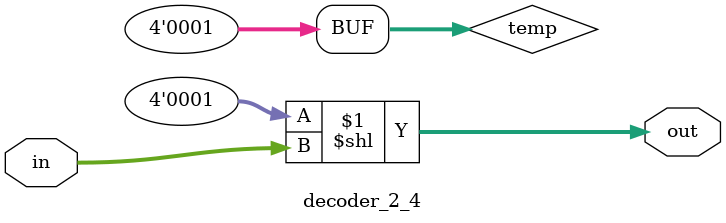
<source format=v>
module decoder_2_4 (
input [1:0] in,
output [3:0] out
);

	wire [3:0] temp = 1;
	assign out = temp << in;

endmodule
</source>
